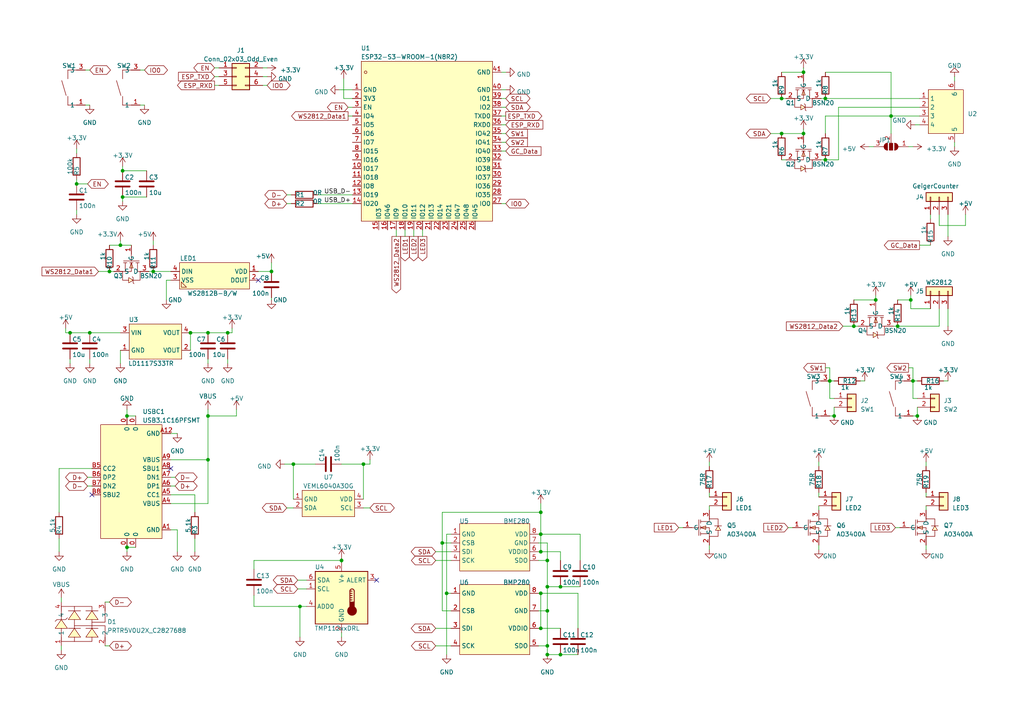
<source format=kicad_sch>
(kicad_sch (version 20230121) (generator eeschema)
  (paper "A4")
  (junction (at 129.54 172.085))
  (junction (at 128.27 157.48))
  (junction (at 86.995 175.895))
  (junction (at 78.74 78.74))
  (junction (at 60.325 133.35))
  (junction (at 31.75 78.74))
  (junction (at 60.325 96.52))
  (junction (at 158.75 162.56))
  (junction (at 226.695 28.575))
  (junction (at 258.445 33.655))
  (junction (at 239.395 28.575))
  (junction (at 158.75 187.325))
  (junction (at 158.75 177.165))
  (junction (at 240.665 110.49))
  (junction (at 266.065 120.65))
  (junction (at 247.65 94.615))
  (junction (at 233.045 20.955))
  (junction (at 60.325 120.65))
  (junction (at 158.75 170.18))
  (junction (at 158.75 189.865))
  (junction (at 156.845 154.94))
  (junction (at 85.09 134.62))
  (junction (at 55.245 96.52))
  (junction (at 156.845 182.245))
  (junction (at 20.32 96.52))
  (junction (at 105.41 134.62))
  (junction (at 35.56 57.15))
  (junction (at 264.16 86.995))
  (junction (at 162.56 170.18))
  (junction (at 66.04 96.52))
  (junction (at 26.035 96.52))
  (junction (at 260.35 94.615))
  (junction (at 156.845 172.085))
  (junction (at 254 86.995))
  (junction (at 241.935 120.65))
  (junction (at 233.045 38.735))
  (junction (at 44.45 78.74))
  (junction (at 239.395 46.355))
  (junction (at 156.845 148.59))
  (junction (at 36.83 120.65))
  (junction (at 35.56 49.53))
  (junction (at 99.06 162.56))
  (junction (at 22.225 53.34))
  (junction (at 36.83 158.75))
  (junction (at 264.795 110.49))
  (junction (at 34.925 71.12))
  (junction (at 156.845 160.02))
  (junction (at 226.695 38.735))
  (junction (at 162.56 189.865))
  (no_connect (at 49.53 135.89))
  (no_connect (at 109.22 168.275))
  (no_connect (at 74.93 81.28))
  (no_connect (at 26.67 143.51))
  (wire (pts (xy 264.795 120.65) (xy 266.065 120.65)))
  (wire (pts (xy 264.16 86.995) (xy 264.16 89.535)))
  (wire (pts (xy 158.75 187.325) (xy 156.21 187.325)))
  (wire (pts (xy 238.125 46.355) (xy 239.395 46.355)))
  (wire (pts (xy 62.23 22.225) (xy 63.5 22.225)))
  (wire (pts (xy 223.52 38.735) (xy 226.695 38.735)))
  (wire (pts (xy 226.695 28.575) (xy 227.965 28.575)))
  (wire (pts (xy 83.185 56.515) (xy 84.455 56.515)))
  (wire (pts (xy 98.425 26.035) (xy 102.235 26.035)))
  (wire (pts (xy 126.365 160.02) (xy 130.81 160.02)))
  (wire (pts (xy 99.06 161.925) (xy 99.06 162.56)))
  (wire (pts (xy 128.27 157.48) (xy 128.27 148.59)))
  (wire (pts (xy 156.21 157.48) (xy 158.75 157.48)))
  (wire (pts (xy 117.475 66.675) (xy 117.475 68.58)))
  (wire (pts (xy 156.845 172.085) (xy 156.845 182.245)))
  (wire (pts (xy 107.315 134.62) (xy 107.315 133.35)))
  (wire (pts (xy 249.555 110.49) (xy 250.825 110.49)))
  (wire (pts (xy 100.965 33.655) (xy 102.235 33.655)))
  (wire (pts (xy 237.49 158.115) (xy 237.49 159.385)))
  (wire (pts (xy 162.56 170.18) (xy 168.275 170.18)))
  (wire (pts (xy 243.205 31.115) (xy 243.205 46.355)))
  (wire (pts (xy 156.845 154.94) (xy 168.275 154.94)))
  (wire (pts (xy 60.325 146.05) (xy 60.325 133.35)))
  (wire (pts (xy 67.31 95.25) (xy 67.31 96.52)))
  (wire (pts (xy 19.05 95.25) (xy 19.05 96.52)))
  (wire (pts (xy 274.955 62.23) (xy 274.955 68.58)))
  (wire (pts (xy 145.415 59.055) (xy 146.685 59.055)))
  (wire (pts (xy 239.395 106.68) (xy 240.665 106.68)))
  (wire (pts (xy 55.245 96.52) (xy 60.325 96.52)))
  (wire (pts (xy 272.415 62.23) (xy 272.415 65.405)))
  (wire (pts (xy 34.925 69.85) (xy 34.925 71.12)))
  (wire (pts (xy 241.935 115.57) (xy 240.665 115.57)))
  (wire (pts (xy 168.275 154.94) (xy 168.275 162.56)))
  (wire (pts (xy 85.09 134.62) (xy 85.09 144.78)))
  (wire (pts (xy 156.21 162.56) (xy 158.75 162.56)))
  (wire (pts (xy 22.225 60.96) (xy 22.225 62.23)))
  (wire (pts (xy 268.605 142.875) (xy 268.605 144.145)))
  (wire (pts (xy 239.395 38.735) (xy 239.395 33.655)))
  (wire (pts (xy 17.145 156.21) (xy 17.145 160.02)))
  (wire (pts (xy 62.23 24.765) (xy 63.5 24.765)))
  (wire (pts (xy 156.21 154.94) (xy 156.845 154.94)))
  (wire (pts (xy 145.415 31.115) (xy 146.685 31.115)))
  (wire (pts (xy 26.035 104.14) (xy 26.035 105.41)))
  (wire (pts (xy 264.16 89.535) (xy 269.875 89.535)))
  (wire (pts (xy 158.75 157.48) (xy 158.75 162.56)))
  (wire (pts (xy 60.325 120.65) (xy 68.58 120.65)))
  (wire (pts (xy 66.04 104.14) (xy 66.04 105.41)))
  (wire (pts (xy 128.27 148.59) (xy 156.845 148.59)))
  (wire (pts (xy 273.685 110.49) (xy 274.955 110.49)))
  (wire (pts (xy 26.035 96.52) (xy 34.925 96.52)))
  (wire (pts (xy 76.2 24.765) (xy 77.47 24.765)))
  (wire (pts (xy 205.74 158.115) (xy 205.74 159.385)))
  (wire (pts (xy 83.185 147.32) (xy 85.09 147.32)))
  (wire (pts (xy 85.09 134.62) (xy 91.44 134.62)))
  (wire (pts (xy 226.695 20.955) (xy 233.045 20.955)))
  (wire (pts (xy 128.27 157.48) (xy 128.27 177.165)))
  (wire (pts (xy 158.75 189.865) (xy 162.56 189.865)))
  (wire (pts (xy 60.325 133.35) (xy 49.53 133.35)))
  (wire (pts (xy 259.08 94.615) (xy 260.35 94.615)))
  (wire (pts (xy 276.86 41.275) (xy 276.86 42.545)))
  (wire (pts (xy 130.81 157.48) (xy 128.27 157.48)))
  (wire (pts (xy 272.415 89.535) (xy 272.415 94.615)))
  (wire (pts (xy 35.56 57.15) (xy 35.56 58.42)))
  (wire (pts (xy 105.41 147.32) (xy 107.315 147.32)))
  (wire (pts (xy 145.415 33.655) (xy 146.685 33.655)))
  (wire (pts (xy 241.935 118.11) (xy 241.935 120.65)))
  (wire (pts (xy 156.21 160.02) (xy 156.845 160.02)))
  (wire (pts (xy 25.4 138.43) (xy 26.67 138.43)))
  (wire (pts (xy 114.935 66.675) (xy 114.935 68.58)))
  (wire (pts (xy 156.845 172.085) (xy 167.64 172.085)))
  (wire (pts (xy 223.52 28.575) (xy 226.695 28.575)))
  (wire (pts (xy 244.475 94.615) (xy 247.65 94.615)))
  (wire (pts (xy 36.83 158.75) (xy 36.83 160.02)))
  (wire (pts (xy 156.21 182.245) (xy 156.845 182.245)))
  (wire (pts (xy 126.365 162.56) (xy 130.81 162.56)))
  (wire (pts (xy 240.665 110.49) (xy 241.935 110.49)))
  (wire (pts (xy 73.66 172.72) (xy 73.66 175.895)))
  (wire (pts (xy 226.695 38.735) (xy 233.045 38.735)))
  (wire (pts (xy 145.415 26.035) (xy 146.685 26.035)))
  (wire (pts (xy 226.695 46.355) (xy 227.965 46.355)))
  (wire (pts (xy 99.06 134.62) (xy 105.41 134.62)))
  (wire (pts (xy 258.445 20.955) (xy 258.445 33.655)))
  (wire (pts (xy 17.78 187.325) (xy 17.78 188.595)))
  (wire (pts (xy 233.045 37.465) (xy 233.045 38.735)))
  (wire (pts (xy 55.245 96.52) (xy 55.245 101.6)))
  (wire (pts (xy 268.605 146.685) (xy 268.605 147.955)))
  (wire (pts (xy 35.56 57.15) (xy 42.545 57.15)))
  (wire (pts (xy 17.78 173.355) (xy 17.78 174.625)))
  (wire (pts (xy 196.85 153.035) (xy 198.12 153.035)))
  (wire (pts (xy 274.955 89.535) (xy 274.955 94.615)))
  (wire (pts (xy 247.65 86.995) (xy 254 86.995)))
  (wire (pts (xy 240.665 115.57) (xy 240.665 110.49)))
  (wire (pts (xy 99.695 22.86) (xy 99.695 28.575)))
  (wire (pts (xy 17.145 148.59) (xy 17.145 135.89)))
  (wire (pts (xy 49.53 140.97) (xy 50.8 140.97)))
  (wire (pts (xy 60.325 120.65) (xy 60.325 118.745)))
  (wire (pts (xy 158.75 162.56) (xy 158.75 170.18)))
  (wire (pts (xy 73.66 175.895) (xy 86.995 175.895)))
  (wire (pts (xy 145.415 38.735) (xy 146.685 38.735)))
  (wire (pts (xy 51.435 160.02) (xy 51.435 153.67)))
  (wire (pts (xy 156.845 146.05) (xy 156.845 148.59)))
  (wire (pts (xy 43.18 78.74) (xy 44.45 78.74)))
  (wire (pts (xy 40.64 20.32) (xy 41.91 20.32)))
  (wire (pts (xy 158.75 189.865) (xy 158.75 187.325)))
  (wire (pts (xy 156.21 177.165) (xy 158.75 177.165)))
  (wire (pts (xy 76.2 19.685) (xy 77.47 19.685)))
  (wire (pts (xy 205.74 146.685) (xy 205.74 147.955)))
  (wire (pts (xy 158.75 177.165) (xy 158.75 187.325)))
  (wire (pts (xy 252.095 42.545) (xy 253.365 42.545)))
  (wire (pts (xy 266.065 118.11) (xy 266.065 120.65)))
  (wire (pts (xy 263.525 42.545) (xy 264.795 42.545)))
  (wire (pts (xy 34.925 71.12) (xy 38.1 71.12)))
  (wire (pts (xy 129.54 154.94) (xy 129.54 172.085)))
  (wire (pts (xy 86.36 168.275) (xy 88.9 168.275)))
  (wire (pts (xy 156.845 182.245) (xy 162.56 182.245)))
  (wire (pts (xy 130.81 154.94) (xy 129.54 154.94)))
  (wire (pts (xy 92.075 56.515) (xy 102.235 56.515)))
  (wire (pts (xy 247.65 94.615) (xy 248.92 94.615)))
  (wire (pts (xy 145.415 41.275) (xy 146.685 41.275)))
  (wire (pts (xy 243.205 46.355) (xy 239.395 46.355)))
  (wire (pts (xy 272.415 65.405) (xy 280.035 65.405)))
  (wire (pts (xy 30.48 187.325) (xy 31.75 187.325)))
  (wire (pts (xy 44.45 78.74) (xy 49.53 78.74)))
  (wire (pts (xy 258.445 33.655) (xy 266.7 33.655)))
  (wire (pts (xy 239.395 20.955) (xy 258.445 20.955)))
  (wire (pts (xy 258.445 38.735) (xy 258.445 33.655)))
  (wire (pts (xy 20.32 104.14) (xy 20.32 105.41)))
  (wire (pts (xy 35.56 49.53) (xy 42.545 49.53)))
  (wire (pts (xy 162.56 160.02) (xy 162.56 162.56)))
  (wire (pts (xy 49.53 138.43) (xy 50.8 138.43)))
  (wire (pts (xy 99.06 183.515) (xy 99.06 184.785)))
  (wire (pts (xy 105.41 134.62) (xy 105.41 144.78)))
  (wire (pts (xy 22.225 53.34) (xy 25.4 53.34)))
  (wire (pts (xy 156.845 154.94) (xy 156.845 160.02)))
  (wire (pts (xy 56.515 156.21) (xy 56.515 160.02)))
  (wire (pts (xy 156.845 160.02) (xy 162.56 160.02)))
  (wire (pts (xy 49.53 146.05) (xy 60.325 146.05)))
  (wire (pts (xy 35.56 48.26) (xy 35.56 49.53)))
  (wire (pts (xy 73.66 165.1) (xy 73.66 162.56)))
  (wire (pts (xy 78.74 86.36) (xy 78.74 86.995)))
  (wire (pts (xy 36.83 158.75) (xy 39.37 158.75)))
  (wire (pts (xy 99.06 162.56) (xy 99.06 163.195)))
  (wire (pts (xy 49.53 143.51) (xy 56.515 143.51)))
  (wire (pts (xy 145.415 28.575) (xy 146.685 28.575)))
  (wire (pts (xy 49.53 125.73) (xy 51.435 125.73)))
  (wire (pts (xy 56.515 143.51) (xy 56.515 148.59)))
  (wire (pts (xy 268.605 158.115) (xy 268.605 159.385)))
  (wire (pts (xy 266.7 71.12) (xy 269.875 71.12)))
  (wire (pts (xy 260.35 86.995) (xy 264.16 86.995)))
  (wire (pts (xy 129.54 189.865) (xy 129.54 172.085)))
  (wire (pts (xy 105.41 134.62) (xy 107.315 134.62)))
  (wire (pts (xy 82.55 134.62) (xy 85.09 134.62)))
  (wire (pts (xy 28.575 78.74) (xy 31.75 78.74)))
  (wire (pts (xy 122.555 66.675) (xy 122.555 68.58)))
  (wire (pts (xy 264.795 115.57) (xy 264.795 110.49)))
  (wire (pts (xy 20.32 96.52) (xy 26.035 96.52)))
  (wire (pts (xy 280.035 65.405) (xy 280.035 62.23)))
  (wire (pts (xy 92.075 59.055) (xy 102.235 59.055)))
  (wire (pts (xy 162.56 189.865) (xy 167.64 189.865)))
  (wire (pts (xy 22.225 43.18) (xy 22.225 44.45)))
  (wire (pts (xy 86.36 170.815) (xy 88.9 170.815)))
  (wire (pts (xy 145.415 20.955) (xy 146.685 20.955)))
  (wire (pts (xy 86.995 175.895) (xy 88.9 175.895)))
  (wire (pts (xy 167.64 172.085) (xy 167.64 182.245)))
  (wire (pts (xy 24.765 30.48) (xy 26.035 30.48)))
  (wire (pts (xy 83.185 59.055) (xy 84.455 59.055)))
  (wire (pts (xy 68.58 120.65) (xy 68.58 118.745)))
  (wire (pts (xy 60.325 96.52) (xy 66.04 96.52)))
  (wire (pts (xy 60.325 104.14) (xy 60.325 105.41)))
  (wire (pts (xy 78.74 78.74) (xy 74.93 78.74)))
  (wire (pts (xy 254 85.725) (xy 254 86.995)))
  (wire (pts (xy 30.48 174.625) (xy 31.75 174.625)))
  (wire (pts (xy 128.27 177.165) (xy 130.81 177.165)))
  (wire (pts (xy 78.74 76.2) (xy 78.74 78.74)))
  (wire (pts (xy 272.415 94.615) (xy 260.35 94.615)))
  (wire (pts (xy 36.83 120.65) (xy 39.37 120.65)))
  (wire (pts (xy 205.74 133.985) (xy 205.74 135.255)))
  (wire (pts (xy 31.75 71.12) (xy 34.925 71.12)))
  (wire (pts (xy 99.695 28.575) (xy 102.235 28.575)))
  (wire (pts (xy 259.715 153.035) (xy 260.985 153.035)))
  (wire (pts (xy 25.4 140.97) (xy 26.67 140.97)))
  (wire (pts (xy 240.665 106.68) (xy 240.665 110.49)))
  (wire (pts (xy 276.86 22.225) (xy 276.86 23.495)))
  (wire (pts (xy 228.6 153.035) (xy 229.87 153.035)))
  (wire (pts (xy 19.05 96.52) (xy 20.32 96.52)))
  (wire (pts (xy 237.49 133.985) (xy 237.49 135.255)))
  (wire (pts (xy 48.26 86.995) (xy 48.26 81.28)))
  (wire (pts (xy 233.045 19.685) (xy 233.045 20.955)))
  (wire (pts (xy 237.49 142.875) (xy 237.49 144.145)))
  (wire (pts (xy 268.605 133.985) (xy 268.605 135.255)))
  (wire (pts (xy 269.875 62.23) (xy 269.875 63.5)))
  (wire (pts (xy 76.2 22.225) (xy 77.47 22.225)))
  (wire (pts (xy 156.21 172.085) (xy 156.845 172.085)))
  (wire (pts (xy 145.415 43.815) (xy 146.685 43.815)))
  (wire (pts (xy 17.145 135.89) (xy 26.67 135.89)))
  (wire (pts (xy 265.43 36.195) (xy 266.7 36.195)))
  (wire (pts (xy 67.31 96.52) (xy 66.04 96.52)))
  (wire (pts (xy 264.795 106.68) (xy 264.795 110.49)))
  (wire (pts (xy 129.54 172.085) (xy 130.81 172.085)))
  (wire (pts (xy 100.965 31.115) (xy 102.235 31.115)))
  (wire (pts (xy 22.225 52.07) (xy 22.225 53.34)))
  (wire (pts (xy 158.75 170.18) (xy 158.75 177.165)))
  (wire (pts (xy 239.395 28.575) (xy 266.7 28.575)))
  (wire (pts (xy 263.525 106.68) (xy 264.795 106.68)))
  (wire (pts (xy 48.26 81.28) (xy 49.53 81.28)))
  (wire (pts (xy 62.23 19.685) (xy 63.5 19.685)))
  (wire (pts (xy 73.66 162.56) (xy 99.06 162.56)))
  (wire (pts (xy 126.365 182.245) (xy 130.81 182.245)))
  (wire (pts (xy 36.83 118.745) (xy 36.83 120.65)))
  (wire (pts (xy 86.995 184.785) (xy 86.995 175.895)))
  (wire (pts (xy 266.065 115.57) (xy 264.795 115.57)))
  (wire (pts (xy 205.74 142.875) (xy 205.74 144.145)))
  (wire (pts (xy 264.795 110.49) (xy 266.065 110.49)))
  (wire (pts (xy 126.365 187.325) (xy 130.81 187.325)))
  (wire (pts (xy 145.415 36.195) (xy 146.685 36.195)))
  (wire (pts (xy 238.125 28.575) (xy 239.395 28.575)))
  (wire (pts (xy 31.75 78.74) (xy 33.02 78.74)))
  (wire (pts (xy 240.665 120.65) (xy 241.935 120.65)))
  (wire (pts (xy 34.925 101.6) (xy 34.925 105.41)))
  (wire (pts (xy 237.49 146.685) (xy 237.49 147.955)))
  (wire (pts (xy 156.845 148.59) (xy 156.845 154.94)))
  (wire (pts (xy 44.45 69.85) (xy 44.45 71.12)))
  (wire (pts (xy 266.7 31.115) (xy 243.205 31.115)))
  (wire (pts (xy 24.765 20.32) (xy 26.035 20.32)))
  (wire (pts (xy 60.325 120.65) (xy 60.325 133.35)))
  (wire (pts (xy 239.395 33.655) (xy 258.445 33.655)))
  (wire (pts (xy 40.64 30.48) (xy 41.91 30.48)))
  (wire (pts (xy 51.435 153.67) (xy 49.53 153.67)))
  (wire (pts (xy 120.015 66.675) (xy 120.015 68.58)))
  (wire (pts (xy 158.75 170.18) (xy 162.56 170.18)))
  (wire (pts (xy 264.16 85.725) (xy 264.16 86.995)))
  (label "USB_D+" (at 93.98 59.055 0))
  (label "USB_D-" (at 93.98 56.515 0))
  (global_label "SCL" (shape bidirectional) (at 223.52 28.575 180) (property "Intersheetrefs" "${INTERSHEET_REFS}" (effects hide)))
  (global_label "WS2812_Data1" (shape input) (at 28.575 78.74 180) (property "Intersheetrefs" "${INTERSHEET_REFS}" (effects hide)))
  (global_label "D+" (shape bidirectional) (at 31.75 187.325 0) (property "Intersheetrefs" "${INTERSHEET_REFS}" (effects hide)))
  (global_label "LED3" (shape output) (at 122.555 68.58 270) (property "Intersheetrefs" "${INTERSHEET_REFS}" (effects hide)))
  (global_label "SCL" (shape bidirectional) (at 126.365 187.325 180) (property "Intersheetrefs" "${INTERSHEET_REFS}" (effects hide)))
  (global_label "SDA" (shape bidirectional) (at 83.185 147.32 180) (property "Intersheetrefs" "${INTERSHEET_REFS}" (effects hide)))
  (global_label "IO0" (shape bidirectional) (at 77.47 24.765 0) (property "Intersheetrefs" "${INTERSHEET_REFS}" (effects hide)))
  (global_label "EN" (shape bidirectional) (at 62.23 19.685 180) (property "Intersheetrefs" "${INTERSHEET_REFS}" (effects hide)))
  (global_label "D+" (shape bidirectional) (at 83.185 59.055 180) (property "Intersheetrefs" "${INTERSHEET_REFS}" (effects hide)))
  (global_label "WS2812_Data1" (shape output) (at 100.965 33.655 180) (property "Intersheetrefs" "${INTERSHEET_REFS}" (effects hide)))
  (global_label "IO0" (shape bidirectional) (at 41.91 20.32 0) (property "Intersheetrefs" "${INTERSHEET_REFS}" (effects hide)))
  (global_label "GC_Data" (shape input) (at 146.685 43.815 0) (property "Intersheetrefs" "${INTERSHEET_REFS}" (effects hide)))
  (global_label "ESP_TXD" (shape output) (at 146.685 33.655 0) (property "Intersheetrefs" "${INTERSHEET_REFS}" (effects hide)))
  (global_label "D+" (shape bidirectional) (at 25.4 138.43 180) (property "Intersheetrefs" "${INTERSHEET_REFS}" (effects hide)))
  (global_label "SW2" (shape input) (at 146.685 41.275 0) (property "Intersheetrefs" "${INTERSHEET_REFS}" (effects hide)))
  (global_label "SDA" (shape bidirectional) (at 126.365 182.245 180) (property "Intersheetrefs" "${INTERSHEET_REFS}" (effects hide)))
  (global_label "D-" (shape bidirectional) (at 25.4 140.97 180) (property "Intersheetrefs" "${INTERSHEET_REFS}" (effects hide)))
  (global_label "ESP_RXD" (shape input) (at 146.685 36.195 0) (property "Intersheetrefs" "${INTERSHEET_REFS}" (effects hide)))
  (global_label "LED2" (shape input) (at 228.6 153.035 180) (property "Intersheetrefs" "${INTERSHEET_REFS}" (effects hide)))
  (global_label "SW1" (shape input) (at 146.685 38.735 0) (property "Intersheetrefs" "${INTERSHEET_REFS}" (effects hide)))
  (global_label "SW1" (shape output) (at 239.395 106.68 180) (property "Intersheetrefs" "${INTERSHEET_REFS}" (effects hide)))
  (global_label "D-" (shape bidirectional) (at 83.185 56.515 180) (property "Intersheetrefs" "${INTERSHEET_REFS}" (effects hide)))
  (global_label "D-" (shape bidirectional) (at 50.8 138.43 0) (property "Intersheetrefs" "${INTERSHEET_REFS}" (effects hide)))
  (global_label "WS2812_Data2" (shape input) (at 244.475 94.615 180) (property "Intersheetrefs" "${INTERSHEET_REFS}" (effects hide)))
  (global_label "EN" (shape bidirectional) (at 100.965 31.115 180) (property "Intersheetrefs" "${INTERSHEET_REFS}" (effects hide)))
  (global_label "LED1" (shape input) (at 196.85 153.035 180) (property "Intersheetrefs" "${INTERSHEET_REFS}" (effects hide)))
  (global_label "SCL" (shape bidirectional) (at 86.36 170.815 180) (property "Intersheetrefs" "${INTERSHEET_REFS}" (effects hide)))
  (global_label "IO0" (shape bidirectional) (at 146.685 59.055 0) (property "Intersheetrefs" "${INTERSHEET_REFS}" (effects hide)))
  (global_label "EN" (shape bidirectional) (at 26.035 20.32 0) (property "Intersheetrefs" "${INTERSHEET_REFS}" (effects hide)))
  (global_label "D-" (shape bidirectional) (at 31.75 174.625 0) (property "Intersheetrefs" "${INTERSHEET_REFS}" (effects hide)))
  (global_label "LED3" (shape input) (at 259.715 153.035 180) (property "Intersheetrefs" "${INTERSHEET_REFS}" (effects hide)))
  (global_label "ESP_TXD" (shape input) (at 62.23 22.225 180) (property "Intersheetrefs" "${INTERSHEET_REFS}" (effects hide)))
  (global_label "SCL" (shape bidirectional) (at 146.685 28.575 0) (property "Intersheetrefs" "${INTERSHEET_REFS}" (effects hide)))
  (global_label "SDA" (shape bidirectional) (at 126.365 160.02 180) (property "Intersheetrefs" "${INTERSHEET_REFS}" (effects hide)))
  (global_label "EN" (shape bidirectional) (at 25.4 53.34 0) (property "Intersheetrefs" "${INTERSHEET_REFS}" (effects hide)))
  (global_label "SW2" (shape output) (at 263.525 106.68 180) (property "Intersheetrefs" "${INTERSHEET_REFS}" (effects hide)))
  (global_label "SCL" (shape bidirectional) (at 126.365 162.56 180) (property "Intersheetrefs" "${INTERSHEET_REFS}" (effects hide)))
  (global_label "WS2812_Data2" (shape output) (at 114.935 68.58 270) (property "Intersheetrefs" "${INTERSHEET_REFS}" (effects hide)))
  (global_label "GC_Data" (shape output) (at 266.7 71.12 180) (property "Intersheetrefs" "${INTERSHEET_REFS}" (effects hide)))
  (global_label "SDA" (shape bidirectional) (at 86.36 168.275 180) (property "Intersheetrefs" "${INTERSHEET_REFS}" (effects hide)))
  (global_label "ESP_RXD" (shape output) (at 62.23 24.765 180) (property "Intersheetrefs" "${INTERSHEET_REFS}" (effects hide)))
  (global_label "D+" (shape bidirectional) (at 50.8 140.97 0) (property "Intersheetrefs" "${INTERSHEET_REFS}" (effects hide)))
  (global_label "SDA" (shape bidirectional) (at 223.52 38.735 180) (property "Intersheetrefs" "${INTERSHEET_REFS}" (effects hide)))
  (global_label "LED1" (shape output) (at 117.475 68.58 270) (property "Intersheetrefs" "${INTERSHEET_REFS}" (effects hide)))
  (global_label "SDA" (shape bidirectional) (at 146.685 31.115 0) (property "Intersheetrefs" "${INTERSHEET_REFS}" (effects hide)))
  (global_label "LED2" (shape output) (at 120.015 68.58 270) (property "Intersheetrefs" "${INTERSHEET_REFS}" (effects hide)))
  (global_label "SCL" (shape bidirectional) (at 107.315 147.32 0) (property "Intersheetrefs" "${INTERSHEET_REFS}" (effects hide)))
  (symbol (lib_id "power:+3.3V") (at 254 85.725 0) (unit 1)
    (property "Reference" "#PWR044" (effects hide))
    (property "Value" "+3.3V" (at 254 82.55 0))
  )
  (symbol (lib_id "burgerLib:BMP280") (at 143.51 179.705 0) (mirror y) (unit 1)
    (property "Reference" "U6" (at 134.62 168.91 0))
    (property "Value" "BMP280" (at 149.86 168.91 0))
    (property "Footprint" "burgerLibFP:LGA-8_L2.5-W2.0-P0.65_AMP6127" (effects hide))
    (property "Datasheet" "https://lcsc.com/product-detail/Sensors_Bosch_BMP280_BMP280_C83291.html" (effects hide))
    (property "Manufacturer" "Bosch(博世)" (effects hide))
    (property "LCSC Part" "C83291" (effects hide))
    (property "JLC Part" "Extended Part" (effects hide))
  )
  (symbol (lib_id "Device:C") (at 26.035 100.33 0) (unit 1)
    (property "Reference" "C4" (at 26.67 98.425 0) (effects (justify left)))
    (property "Value" "100n" (at 26.67 102.87 0) (effects (justify left)))
  )
  (symbol (lib_id "power:+3.3V") (at 274.955 110.49 0) (unit 1)
    (property "Reference" "#PWR049" (effects hide))
    (property "Value" "+3.3V" (at 274.955 107.315 0))
  )
  (symbol (lib_id "burgerLib:LD1117S33TR") (at 45.085 99.06 0) (mirror x) (unit 1)
    (property "Reference" "U3" (at 38.735 92.71 0))
    (property "Value" "LD1117S33TR" (at 43.815 105.41 0))
    (property "Footprint" "EduboardV2_kicadlib:SOT-223_L6.5-W3.5-P2.30-LS7.0-BR" (effects hide))
    (property "Datasheet" "https://lcsc.com/product-detail/Others_STMicroelectronics_LD1117S33TR_STMicroelectronics-LD1117S33TR_C86781.html" (effects hide))
    (property "Manufacturer" "ST(意法半导体)" (effects hide))
    (property "LCSC Part" "C86781" (effects hide))
    (property "JLC Part" "Extended Part" (effects hide))
  )
  (symbol (lib_id "power:GND") (at 237.49 159.385 0) (unit 1)
    (property "Reference" "#PWR054" (effects hide))
    (property "Value" "GND" (at 240.665 161.29 0))
  )
  (symbol (lib_id "burgerLib:WS2812B-B_W") (at 62.23 81.28 0) (mirror y) (unit 1)
    (property "Reference" "LED1" (at 54.61 74.93 0))
    (property "Value" "WS2812B-B/W" (at 61.595 85.09 0))
    (property "Footprint" "EduboardV2_kicadlib:LED-SMD_4P-L5.0-W5.0-TL_WS2812B-B" (effects hide))
    (property "Manufacturer" "worldsemi" (effects hide))
    (property "LCSC Part" "C2761795" (effects hide))
    (property "JLC Part" "Extended Part" (effects hide))
  )
  (symbol (lib_id "power:+5V") (at 264.16 85.725 0) (unit 1)
    (property "Reference" "#PWR045" (effects hide))
    (property "Value" "+5V" (at 264.16 82.55 0))
  )
  (symbol (lib_id "power:GND") (at 41.91 30.48 0) (unit 1)
    (property "Reference" "#PWR021" (effects hide))
    (property "Value" "GND" (at 41.91 35.56 0))
  )
  (symbol (lib_id "power:GND") (at 241.935 120.65 0) (unit 1)
    (property "Reference" "#PWR042" (effects hide))
    (property "Value" "GND" (at 245.745 122.555 0))
  )
  (symbol (lib_id "power:+3.3V") (at 22.225 43.18 0) (unit 1)
    (property "Reference" "#PWR013" (effects hide))
    (property "Value" "+3.3V" (at 22.225 40.005 0))
  )
  (symbol (lib_id "power:GND") (at 35.56 58.42 0) (unit 1)
    (property "Reference" "#PWR015" (effects hide))
    (property "Value" "GND" (at 35.56 63.5 0))
  )
  (symbol (lib_id "Device:R") (at 17.145 152.4 180) (unit 1)
    (property "Reference" "R4" (at 17.145 153.67 90))
    (property "Value" "5.1k" (at 15.24 152.4 90))
  )
  (symbol (lib_id "power:GND") (at 129.54 189.865 0) (unit 1)
    (property "Reference" "#PWR062" (effects hide))
    (property "Value" "GND" (at 129.54 194.945 0))
  )
  (symbol (lib_id "burgerLib:AO3400A") (at 234.95 153.035 0) (unit 1)
    (property "Reference" "Q6" (at 242.57 152.4 0) (effects (justify left)))
    (property "Value" "AO3400A" (at 242.57 154.94 0) (effects (justify left)))
    (property "Footprint" "EduboardV2_kicadlib:SOT-23-3_L2.9-W1.6-P1.90-LS2.8-BR" (effects hide))
    (property "Datasheet" "https://lcsc.com/product-detail/MOSFET_AOS_AO3400A_AO3400A_C20917.html" (effects hide))
    (property "Manufacturer" "AOS" (effects hide))
    (property "LCSC Part" "C20917" (effects hide))
    (property "JLC Part" "Basic Part" (effects hide))
  )
  (symbol (lib_id "Connector_Generic:Conn_01x03") (at 272.415 57.15 90) (unit 1) (in_bom no)
    (property "Reference" "J4" (at 267.97 57.15 90) (effects (justify left)))
    (property "Value" "GeigerCounter" (at 278.13 53.975 90) (effects (justify left)))
    (property "Footprint" "Connector_PinHeader_2.54mm:PinHeader_1x03_P2.54mm_Vertical" (effects hide))
  )
  (symbol (lib_id "Device:R") (at 56.515 152.4 180) (unit 1)
    (property "Reference" "R3" (at 56.515 153.67 90))
    (property "Value" "5.1k" (at 54.61 152.4 90))
  )
  (symbol (lib_id "power:+3.3V") (at 67.31 95.25 0) (unit 1)
    (property "Reference" "#PWR034" (effects hide))
    (property "Value" "+3.3V" (at 67.31 92.075 0))
  )
  (symbol (lib_id "Device:R") (at 226.695 42.545 180) (unit 1)
    (property "Reference" "R6" (at 226.695 43.815 90))
    (property "Value" "1k" (at 224.79 41.91 90))
  )
  (symbol (lib_id "power:+3.3V") (at 99.06 161.925 0) (unit 1)
    (property "Reference" "#PWR059" (effects hide))
    (property "Value" "+3.3V" (at 99.06 158.75 0))
  )
  (symbol (lib_id "power:GND") (at 51.435 160.02 0) (unit 1)
    (property "Reference" "#PWR07" (effects hide))
    (property "Value" "GND" (at 51.435 165.1 0))
  )
  (symbol (lib_id "burgerLib:BSN20") (at 233.045 43.815 270) (unit 1)
    (property "Reference" "Q2" (at 229.235 47.625 90))
    (property "Value" "BSN20" (at 238.76 47.625 90))
    (property "Footprint" "EduboardV2_kicadlib:SOT-23-3_L2.9-W1.6-P1.90-LS2.8-BR" (effects hide))
    (property "Datasheet" "https://lcsc.com/product-detail/MOSFET_BSN20_C116157.html" (effects hide))
    (property "Manufacturer" "SHIKUES(时科)" (effects hide))
    (property "LCSC Part" "C116157" (effects hide))
    (property "JLC Part" "Extended Part" (effects hide))
  )
  (symbol (lib_id "power:GND") (at 17.78 188.595 0) (unit 1)
    (property "Reference" "#PWR02" (effects hide))
    (property "Value" "GND" (at 17.78 193.675 0))
  )
  (symbol (lib_id "burgerLib:S4B-PH-SM4-K-TB(LF)(SN)") (at 271.78 31.115 0) (unit 1)
    (property "Reference" "U2" (at 280.67 33.02 0) (effects (justify left)))
    (property "Value" "S4B-PH-SM4-K-TB(LF)(SN)" (effects hide))
    (property "Footprint" "EduboardV2_kicadlib:CONN-SMD_S4B-PH-SM4-K-TB-LF-SN" (effects hide))
    (property "Datasheet" "https://lcsc.com/product-detail/Others_JST-Sales-America_S4B-PH-SM4-K-TB-LF-SN_JST-Sales-America-S4B-PH-SM4-K-TB-LF-SN_C265332.html" (effects hide))
    (property "Manufacturer" "JST" (effects hide))
    (property "LCSC Part" "C265332" (effects hide))
    (property "JLC Part" "Extended Part" (effects hide))
  )
  (symbol (lib_id "power:GND") (at 265.43 36.195 270) (unit 1)
    (property "Reference" "#PWR029" (effects hide))
    (property "Value" "GND" (at 262.89 34.925 90) (effects (justify right)))
  )
  (symbol (lib_id "Device:C") (at 78.74 82.55 0) (mirror y) (unit 1)
    (property "Reference" "C8" (at 78.105 80.645 0) (effects (justify left)))
    (property "Value" "100n" (at 78.105 85.09 0) (effects (justify left)))
  )
  (symbol (lib_id "power:+3.3V") (at 35.56 48.26 0) (unit 1)
    (property "Reference" "#PWR014" (effects hide))
    (property "Value" "+3.3V" (at 35.56 45.085 0))
  )
  (symbol (lib_id "burgerLib:USB3.1C16PFSMT") (at 38.1 139.7 0) (unit 1)
    (property "Reference" "USBC1" (at 41.3259 119.38 0) (effects (justify left)))
    (property "Value" "USB3.1C16PFSMT" (at 41.3259 121.92 0) (effects (justify left)))
    (property "Footprint" "EduboardV2_kicadlib:USB-C-SMD_TYPE-C-USB-17" (effects hide))
    (property "Datasheet" "https://lcsc.com/product-detail/USB-Type-C_USB-3-1-C-16PF-SMT-2-0Type_C167321.html" (effects hide))
    (property "Manufacturer" "精拓金" (effects hide))
    (property "LCSC Part" "C167321" (effects hide))
    (property "JLC Part" "Extended Part" (effects hide))
  )
  (symbol (lib_id "power:GND") (at 26.035 105.41 0) (unit 1)
    (property "Reference" "#PWR023" (effects hide))
    (property "Value" "GND" (at 26.035 110.49 0))
  )
  (symbol (lib_id "power:+5V") (at 252.095 42.545 90) (unit 1)
    (property "Reference" "#PWR027" (effects hide))
    (property "Value" "+5V" (at 248.285 43.18 90) (effects (justify left)))
  )
  (symbol (lib_id "Device:C") (at 66.04 100.33 0) (mirror y) (unit 1)
    (property "Reference" "C6" (at 65.405 98.425 0) (effects (justify left)))
    (property "Value" "10u" (at 65.405 102.87 0) (effects (justify left)))
  )
  (symbol (lib_id "burgerLib:BSN20") (at 254 92.075 270) (unit 1)
    (property "Reference" "Q4" (at 250.19 95.885 90))
    (property "Value" "BSN20" (at 259.715 95.885 90))
    (property "Footprint" "EduboardV2_kicadlib:SOT-23-3_L2.9-W1.6-P1.90-LS2.8-BR" (effects hide))
    (property "Datasheet" "https://lcsc.com/product-detail/MOSFET_BSN20_C116157.html" (effects hide))
    (property "Manufacturer" "SHIKUES(时科)" (effects hide))
    (property "LCSC Part" "C116157" (effects hide))
    (property "JLC Part" "Extended Part" (effects hide))
  )
  (symbol (lib_id "power:GND") (at 86.995 184.785 0) (unit 1)
    (property "Reference" "#PWR057" (effects hide))
    (property "Value" "GND" (at 86.995 189.865 0))
  )
  (symbol (lib_id "power:+3.3V") (at 107.315 133.35 0) (unit 1)
    (property "Reference" "#PWR063" (effects hide))
    (property "Value" "+3.3V" (at 107.315 130.175 0))
  )
  (symbol (lib_id "Connector_Generic:Conn_01x03") (at 272.415 84.455 90) (unit 1) (in_bom no)
    (property "Reference" "J5" (at 267.97 84.455 90) (effects (justify left)))
    (property "Value" "WS2812" (at 276.225 81.915 90) (effects (justify left)))
    (property "Footprint" "Connector_PinHeader_2.54mm:PinHeader_1x03_P2.54mm_Vertical" (effects hide))
  )
  (symbol (lib_id "burgerLib:K2-1102SP-C4SC-04") (at 257.175 115.57 180) (unit 1)
    (property "Reference" "SW4" (at 260.096 109.22 0))
    (property "Value" "K2-1102SP-C4SC-04" (effects hide))
    (property "Footprint" "EduboardV2_kicadlib:KEY-SMD_4P-L6.0-W6.0-P4.50-LS9.5-BL" (effects hide))
    (property "Datasheet" "https://lcsc.com/product-detail/Tactile-Switches_K2-1102SP-C4SW-04-SMD_C127509.html" (effects hide))
    (property "Manufacturer" "韩国韩荣" (effects hide))
    (property "LCSC Part" "C127509" (effects hide))
    (property "JLC Part" "Extended Part" (effects hide))
  )
  (symbol (lib_id "Connector_Generic:Conn_01x02") (at 210.82 144.145 0) (unit 1) (in_bom no)
    (property "Reference" "J6" (at 213.36 144.78 0) (effects (justify left)))
    (property "Value" "LED1" (at 213.36 147.32 0) (effects (justify left)))
    (property "Footprint" "Connector_PinHeader_2.54mm:PinHeader_1x02_P2.54mm_Vertical" (effects hide))
  )
  (symbol (lib_id "Device:R") (at 269.875 67.31 180) (unit 1)
    (property "Reference" "R15" (at 269.875 68.58 90))
    (property "Value" "1k" (at 267.97 66.675 90))
  )
  (symbol (lib_id "power:GND") (at 36.83 118.745 180) (unit 1)
    (property "Reference" "#PWR03" (effects hide))
    (property "Value" "GND" (at 36.83 115.57 0))
  )
  (symbol (lib_id "power:+5V") (at 237.49 133.985 0) (unit 1)
    (property "Reference" "#PWR053" (effects hide))
    (property "Value" "+5V" (at 237.49 130.81 0))
  )
  (symbol (lib_id "burgerLib:ESP32-S3-WROOM-1(N8R2)") (at 125.095 36.195 0) (unit 1)
    (property "Reference" "U1" (at 106.045 13.97 0))
    (property "Value" "ESP32-S3-WROOM-1(N8R2)" (at 118.745 16.51 0))
    (property "Footprint" "EduboardV2_kicadlib:WIRELM-SMD_ESP32-S3-WROOM-1" (effects hide))
    (property "Manufacturer" "ESPRESSIF(乐鑫)" (effects hide))
    (property "LCSC Part" "C2913204" (effects hide))
    (property "JLC Part" "Extended Part" (effects hide))
  )
  (symbol (lib_id "Sensor_Temperature:TMP112xxDRL") (at 99.06 173.355 0) (unit 1)
    (property "Reference" "U4" (at 92.71 164.465 0))
    (property "Value" "TMP112xxDRL" (at 97.79 182.245 0))
    (property "Footprint" "Package_TO_SOT_SMD:SOT-563" (effects hide))
    (property "Datasheet" "https://www.ti.com/lit/ds/symlink/tmp112.pdf" (effects hide))
    (property "LCSC Part" "C28927" (effects hide))
    (property "JLC Part" "Extended Part" (effects hide))
  )
  (symbol (lib_id "Device:C") (at 95.25 134.62 90) (unit 1)
    (property "Reference" "C14" (at 93.345 133.985 0) (effects (justify left)))
    (property "Value" "100n" (at 97.79 133.985 0) (effects (justify left)))
  )
  (symbol (lib_id "burgerLib:K2-1102SP-C4SC-04") (at 233.045 115.57 180) (unit 1)
    (property "Reference" "SW3" (at 235.966 109.22 0))
    (property "Value" "K2-1102SP-C4SC-04" (effects hide))
    (property "Footprint" "EduboardV2_kicadlib:KEY-SMD_4P-L6.0-W6.0-P4.50-LS9.5-BL" (effects hide))
    (property "Datasheet" "https://lcsc.com/product-detail/Tactile-Switches_K2-1102SP-C4SW-04-SMD_C127509.html" (effects hide))
    (property "Manufacturer" "韩国韩荣" (effects hide))
    (property "LCSC Part" "C127509" (effects hide))
    (property "JLC Part" "Extended Part" (effects hide))
  )
  (symbol (lib_id "Device:C") (at 162.56 186.055 0) (unit 1)
    (property "Reference" "C11" (at 163.195 184.15 0) (effects (justify left)))
    (property "Value" "100n" (at 163.195 188.595 0) (effects (justify left)))
  )
  (symbol (lib_id "power:GND") (at 276.86 22.225 180) (unit 1)
    (property "Reference" "#PWR031" (effects hide))
    (property "Value" "GND" (at 276.86 19.05 0))
  )
  (symbol (lib_id "power:GND") (at 274.955 94.615 0) (unit 1)
    (property "Reference" "#PWR048" (effects hide))
    (property "Value" "GND" (at 274.955 99.695 0))
  )
  (symbol (lib_id "burgerLib:BSN20") (at 233.045 26.035 270) (unit 1)
    (property "Reference" "Q1" (at 229.235 29.845 90))
    (property "Value" "BSN20" (at 238.76 29.845 90))
    (property "Footprint" "EduboardV2_kicadlib:SOT-23-3_L2.9-W1.6-P1.90-LS2.8-BR" (effects hide))
    (property "Datasheet" "https://lcsc.com/product-detail/MOSFET_BSN20_C116157.html" (effects hide))
    (property "Manufacturer" "SHIKUES(时科)" (effects hide))
    (property "LCSC Part" "C116157" (effects hide))
    (property "JLC Part" "Extended Part" (effects hide))
  )
  (symbol (lib_id "power:GND") (at 98.425 26.035 270) (unit 1)
    (property "Reference" "#PWR017" (effects hide))
    (property "Value" "GND" (at 95.25 26.67 90) (effects (justify right)))
  )
  (symbol (lib_id "power:GND") (at 36.83 160.02 0) (unit 1)
    (property "Reference" "#PWR04" (effects hide))
    (property "Value" "GND" (at 36.83 165.1 0))
  )
  (symbol (lib_id "power:GND") (at 34.925 105.41 0) (unit 1)
    (property "Reference" "#PWR024" (effects hide))
    (property "Value" "GND" (at 34.925 110.49 0))
  )
  (symbol (lib_id "power:+3.3V") (at 264.795 42.545 270) (unit 1)
    (property "Reference" "#PWR028" (effects hide))
    (property "Value" "+3.3V" (at 268.605 43.18 90) (effects (justify left)))
  )
  (symbol (lib_id "Device:R") (at 226.695 24.765 180) (unit 1)
    (property "Reference" "R9" (at 226.695 26.035 90))
    (property "Value" "1k" (at 224.79 24.13 90))
  )
  (symbol (lib_id "Device:C") (at 20.32 100.33 0) (unit 1)
    (property "Reference" "C5" (at 20.955 98.425 0) (effects (justify left)))
    (property "Value" "10u" (at 20.955 102.87 0) (effects (justify left)))
  )
  (symbol (lib_id "power:+3.3V") (at 156.845 146.05 0) (unit 1)
    (property "Reference" "#PWR061" (effects hide))
    (property "Value" "+3.3V" (at 156.845 142.875 0))
  )
  (symbol (lib_id "Device:C") (at 162.56 166.37 0) (unit 1)
    (property "Reference" "C9" (at 163.195 164.465 0) (effects (justify left)))
    (property "Value" "100n" (at 163.195 168.91 0) (effects (justify left)))
  )
  (symbol (lib_id "Device:C") (at 73.66 168.91 0) (unit 1)
    (property "Reference" "C13" (at 74.295 167.005 0) (effects (justify left)))
    (property "Value" "100n" (at 74.295 171.45 0) (effects (justify left)))
  )
  (symbol (lib_id "power:GND") (at 20.32 105.41 0) (unit 1)
    (property "Reference" "#PWR022" (effects hide))
    (property "Value" "GND" (at 20.32 110.49 0))
  )
  (symbol (lib_id "power:+3.3V") (at 250.825 110.49 0) (unit 1)
    (property "Reference" "#PWR043" (effects hide))
    (property "Value" "+3.3V" (at 250.825 107.315 0))
  )
  (symbol (lib_id "power:GND") (at 82.55 134.62 270) (unit 1)
    (property "Reference" "#PWR064" (effects hide))
    (property "Value" "GND" (at 78.74 135.255 90) (effects (justify right)))
  )
  (symbol (lib_id "power:GND") (at 266.065 120.65 0) (unit 1)
    (property "Reference" "#PWR046" (effects hide))
    (property "Value" "GND" (at 269.875 122.555 0))
  )
  (symbol (lib_id "power:GND") (at 66.04 105.41 0) (unit 1)
    (property "Reference" "#PWR036" (effects hide))
    (property "Value" "GND" (at 66.04 110.49 0))
  )
  (symbol (lib_id "Device:R") (at 31.75 74.93 180) (unit 1)
    (property "Reference" "R10" (at 31.75 76.2 90))
    (property "Value" "1k" (at 29.845 74.295 90))
  )
  (symbol (lib_id "power:GND") (at 276.86 42.545 0) (unit 1)
    (property "Reference" "#PWR030" (effects hide))
    (property "Value" "GND" (at 276.86 47.625 0))
  )
  (symbol (lib_id "Device:R") (at 239.395 42.545 180) (unit 1)
    (property "Reference" "R7" (at 239.395 43.815 90))
    (property "Value" "1k" (at 237.49 41.91 90))
  )
  (symbol (lib_id "Connector_Generic:Conn_02x03_Odd_Even") (at 68.58 22.225 0) (unit 1) (in_bom no)
    (property "Reference" "J1" (at 69.85 14.605 0))
    (property "Value" "Conn_02x03_Odd_Even" (at 69.85 17.145 0))
  )
  (symbol (lib_id "burgerLib:AO3400A") (at 266.065 153.035 0) (unit 1)
    (property "Reference" "Q7" (at 273.685 152.4 0) (effects (justify left)))
    (property "Value" "AO3400A" (at 273.685 154.94 0) (effects (justify left)))
    (property "Footprint" "EduboardV2_kicadlib:SOT-23-3_L2.9-W1.6-P1.90-LS2.8-BR" (effects hide))
    (property "Datasheet" "https://lcsc.com/product-detail/MOSFET_AOS_AO3400A_AO3400A_C20917.html" (effects hide))
    (property "Manufacturer" "AOS" (effects hide))
    (property "LCSC Part" "C20917" (effects hide))
    (property "JLC Part" "Basic Part" (effects hide))
  )
  (symbol (lib_id "power:GND") (at 26.035 30.48 0) (unit 1)
    (property "Reference" "#PWR020" (effects hide))
    (property "Value" "GND" (at 26.035 35.56 0))
  )
  (symbol (lib_id "Device:C") (at 168.275 166.37 0) (unit 1)
    (property "Reference" "C10" (at 168.91 164.465 0) (effects (justify left)))
    (property "Value" "100n" (at 168.91 168.91 0) (effects (justify left)))
  )
  (symbol (lib_id "power:+5V") (at 44.45 69.85 0) (unit 1)
    (property "Reference" "#PWR040" (effects hide))
    (property "Value" "+5V" (at 41.91 67.945 0))
  )
  (symbol (lib_id "Device:R") (at 44.45 74.93 180) (unit 1)
    (property "Reference" "R11" (at 44.45 76.2 90))
    (property "Value" "1k" (at 42.545 74.295 90))
  )
  (symbol (lib_id "burgerLib:K2-1102SP-C4SC-04") (at 17.145 25.4 180) (unit 1)
    (property "Reference" "SW1" (at 20.066 19.05 0))
    (property "Value" "K2-1102SP-C4SC-04" (effects hide))
    (property "Footprint" "EduboardV2_kicadlib:KEY-SMD_4P-L6.0-W6.0-P4.50-LS9.5-BL" (effects hide))
    (property "Datasheet" "https://lcsc.com/product-detail/Tactile-Switches_K2-1102SP-C4SW-04-SMD_C127509.html" (effects hide))
    (property "Manufacturer" "韩国韩荣" (effects hide))
    (property "LCSC Part" "C127509" (effects hide))
    (property "JLC Part" "Extended Part" (effects hide))
  )
  (symbol (lib_id "burgerLib:PRTR5V0U2X_C2827688") (at 22.86 182.245 0) (unit 1)
    (property "Reference" "D1" (at 31.115 180.34 0) (effects (justify left)))
    (property "Value" "PRTR5V0U2X_C2827688" (at 31.115 182.88 0) (effects (justify left)))
    (property "Footprint" "EduboardV2_kicadlib:SOT-143-4_L2.9-W1.3-P1.92-LS2.4-BL" (effects hide))
    (property "Manufacturer" "TECH PUBLIC(台舟)" (effects hide))
    (property "LCSC Part" "C2827688" (effects hide))
    (property "JLC Part" "Extended Part" (effects hide))
  )
  (symbol (lib_id "power:+3.3V") (at 77.47 19.685 270) (unit 1)
    (property "Reference" "#PWR032" (effects hide))
    (property "Value" "+3.3V" (at 81.28 20.32 90) (effects (justify left)))
  )
  (symbol (lib_id "power:VBUS") (at 60.325 118.745 0) (unit 1)
    (property "Reference" "#PWR08" (effects hide))
    (property "Value" "VBUS" (at 60.325 114.935 0))
  )
  (symbol (lib_id "Device:R") (at 239.395 24.765 180) (unit 1)
    (property "Reference" "R8" (at 239.395 26.035 90))
    (property "Value" "1k" (at 237.49 24.13 90))
  )
  (symbol (lib_id "power:+5V") (at 280.035 62.23 0) (unit 1)
    (property "Reference" "#PWR050" (effects hide))
    (property "Value" "+5V" (at 280.035 59.055 0))
  )
  (symbol (lib_id "power:GND") (at 22.225 62.23 0) (unit 1)
    (property "Reference" "#PWR016" (effects hide))
    (property "Value" "GND" (at 22.225 67.31 0))
  )
  (symbol (lib_id "Connector_Generic:Conn_01x02") (at 247.015 115.57 0) (unit 1) (in_bom no)
    (property "Reference" "J2" (at 249.555 116.205 0) (effects (justify left)))
    (property "Value" "SW1" (at 249.555 118.745 0) (effects (justify left)))
    (property "Footprint" "Connector_PinHeader_2.54mm:PinHeader_1x02_P2.54mm_Vertical" (effects hide))
  )
  (symbol (lib_id "Device:C") (at 42.545 53.34 0) (unit 1)
    (property "Reference" "C3" (at 43.18 51.435 0) (effects (justify left)))
    (property "Value" "10u" (at 43.18 55.88 0) (effects (justify left)))
  )
  (symbol (lib_id "power:+5V") (at 268.605 133.985 0) (unit 1)
    (property "Reference" "#PWR055" (effects hide))
    (property "Value" "+5V" (at 268.605 130.81 0))
  )
  (symbol (lib_id "power:GND") (at 268.605 159.385 0) (unit 1)
    (property "Reference" "#PWR056" (effects hide))
    (property "Value" "GND" (at 271.78 161.29 0))
  )
  (symbol (lib_id "burgerLib:VEML6040A3OG") (at 95.25 146.05 0) (unit 1)
    (property "Reference" "U7" (at 95.25 138.43 0))
    (property "Value" "VEML6040A3OG" (at 95.25 140.97 0))
    (property "Footprint" "burgerLibFP:SENSOR_SMD_VEML6040A3OG" (effects hide))
    (property "Datasheet" "https://lcsc.com/product-detail/Others_Vishay-Intertech_VEML6040A3OG_Vishay-Intertech-VEML6040A3OG_C78465.html" (effects hide))
    (property "Manufacturer" "VISHAY(威世)" (effects hide))
    (property "LCSC Part" "C78465" (effects hide))
    (property "JLC Part" "Extended Part" (effects hide))
  )
  (symbol (lib_id "power:GND") (at 51.435 125.73 0) (unit 1)
    (property "Reference" "#PWR09" (effects hide))
    (property "Value" "GND" (at 51.435 130.81 0))
  )
  (symbol (lib_id "Connector_Generic:Conn_01x02") (at 273.685 144.145 0) (unit 1) (in_bom no)
    (property "Reference" "J8" (at 276.225 144.78 0) (effects (justify left)))
    (property "Value" "LED3" (at 276.225 147.32 0) (effects (justify left)))
    (property "Footprint" "Connector_PinHeader_2.54mm:PinHeader_1x02_P2.54mm_Vertical" (effects hide))
  )
  (symbol (lib_id "power:+5V") (at 78.74 76.2 0) (unit 1)
    (property "Reference" "#PWR041" (effects hide))
    (property "Value" "+5V" (at 76.2 74.295 0))
  )
  (symbol (lib_id "power:GND") (at 205.74 159.385 0) (unit 1)
    (property "Reference" "#PWR052" (effects hide))
    (property "Value" "GND" (at 208.915 161.29 0))
  )
  (symbol (lib_id "power:GND") (at 56.515 160.02 0) (unit 1)
    (property "Reference" "#PWR05" (effects hide))
    (property "Value" "GND" (at 56.515 165.1 0))
  )
  (symbol (lib_id "power:+3.3V") (at 233.045 19.685 0) (unit 1)
    (property "Reference" "#PWR010" (effects hide))
    (property "Value" "+3.3V" (at 233.045 16.51 0))
  )
  (symbol (lib_id "power:GND") (at 77.47 22.225 90) (unit 1)
    (property "Reference" "#PWR033" (effects hide))
    (property "Value" "GND" (at 80.645 22.86 90) (effects (justify right)))
  )
  (symbol (lib_id "burgerLib:BSN20") (at 38.1 76.2 270) (unit 1)
    (property "Reference" "Q3" (at 34.29 80.01 90))
    (property "Value" "BSN20" (at 43.815 80.01 90))
    (property "Footprint" "EduboardV2_kicadlib:SOT-23-3_L2.9-W1.6-P1.90-LS2.8-BR" (effects hide))
    (property "Datasheet" "https://lcsc.com/product-detail/MOSFET_BSN20_C116157.html" (effects hide))
    (property "Manufacturer" "SHIKUES(时科)" (effects hide))
    (property "LCSC Part" "C116157" (effects hide))
    (property "JLC Part" "Extended Part" (effects hide))
  )
  (symbol (lib_id "power:GND") (at 60.325 105.41 0) (unit 1)
    (property "Reference" "#PWR035" (effects hide))
    (property "Value" "GND" (at 60.325 110.49 0))
  )
  (symbol (lib_id "burgerLib:K2-1102SP-C4SC-04") (at 33.02 25.4 180) (unit 1)
    (property "Reference" "SW2" (at 35.941 19.05 0))
    (property "Value" "K2-1102SP-C4SC-04" (effects hide))
    (property "Footprint" "EduboardV2_kicadlib:KEY-SMD_4P-L6.0-W6.0-P4.50-LS9.5-BL" (effects hide))
    (property "Datasheet" "https://lcsc.com/product-detail/Tactile-Switches_K2-1102SP-C4SW-04-SMD_C127509.html" (effects hide))
    (property "Manufacturer" "韩国韩荣" (effects hide))
    (property "LCSC Part" "C127509" (effects hide))
    (property "JLC Part" "Extended Part" (effects hide))
  )
  (symbol (lib_id "Device:R") (at 269.875 110.49 270) (unit 1)
    (property "Reference" "R16" (at 270.51 110.49 90))
    (property "Value" "1k" (at 269.24 112.395 90))
  )
  (symbol (lib_id "power:GND") (at 146.685 20.955 90) (unit 1)
    (property "Reference" "#PWR018" (effects hide))
    (property "Value" "GND" (at 149.86 21.59 90) (effects (justify right)))
  )
  (symbol (lib_id "Device:R") (at 88.265 59.055 90) (unit 1)
    (property "Reference" "R2" (at 86.995 59.055 90))
    (property "Value" "0R" (at 92.075 58.42 90))
  )
  (symbol (lib_id "power:+3.3V") (at 99.695 22.86 0) (unit 1)
    (property "Reference" "#PWR012" (effects hide))
    (property "Value" "+3.3V" (at 99.695 19.685 0))
  )
  (symbol (lib_id "Device:C") (at 60.325 100.33 0) (mirror y) (unit 1)
    (property "Reference" "C7" (at 59.69 98.425 0) (effects (justify left)))
    (property "Value" "100n" (at 59.69 102.87 0) (effects (justify left)))
  )
  (symbol (lib_id "power:GND") (at 274.955 68.58 0) (unit 1)
    (property "Reference" "#PWR047" (effects hide))
    (property "Value" "GND" (at 274.955 73.66 0))
  )
  (symbol (lib_id "power:+5V") (at 68.58 118.745 0) (unit 1)
    (property "Reference" "#PWR026" (effects hide))
    (property "Value" "+5V" (at 68.58 115.57 0))
  )
  (symbol (lib_id "power:+5V") (at 19.05 95.25 0) (unit 1)
    (property "Reference" "#PWR025" (effects hide))
    (property "Value" "+5V" (at 19.05 92.075 0))
  )
  (symbol (lib_id "Device:R") (at 245.745 110.49 270) (unit 1)
    (property "Reference" "R12" (at 246.38 110.49 90))
    (property "Value" "1k" (at 245.11 112.395 90))
  )
  (symbol (lib_id "Jumper:SolderJumper_3_Open") (at 258.445 42.545 180) (unit 1)
    (property "Reference" "JP1" (at 256.54 40.64 0))
    (property "Value" "SolderJumper_3_Open" (effects hide))
  )
  (symbol (lib_id "Device:R") (at 88.265 56.515 90) (unit 1)
    (property "Reference" "R1" (at 86.995 56.515 90))
    (property "Value" "0R" (at 92.075 55.88 90))
  )
  (symbol (lib_id "power:GND") (at 17.145 160.02 0) (unit 1)
    (property "Reference" "#PWR06" (effects hide))
    (property "Value" "GND" (at 17.145 165.1 0))
  )
  (symbol (lib_id "Device:C") (at 167.64 186.055 0) (unit 1)
    (property "Reference" "C12" (at 168.275 184.15 0) (effects (justify left)))
    (property "Value" "100n" (at 168.275 188.595 0) (effects (justify left)))
  )
  (symbol (lib_id "Device:R") (at 268.605 139.065 180) (unit 1)
    (property "Reference" "R19" (at 268.605 139.7 90))
    (property "Value" "75R" (at 266.7 139.065 90))
  )
  (symbol (lib_id "power:GND") (at 48.26 86.995 0) (mirror y) (unit 1)
    (property "Reference" "#PWR038" (effects hide))
    (property "Value" "GND" (at 50.8 86.995 0))
  )
  (symbol (lib_id "power:GND") (at 78.74 86.995 0) (mirror y) (unit 1)
    (property "Reference" "#PWR037" (effects hide))
    (property "Value" "GND" (at 81.28 86.995 0))
  )
  (symbol (lib_id "burgerLib:AO3400A") (at 203.2 153.035 0) (unit 1)
    (property "Reference" "Q5" (at 210.82 152.4 0) (effects (justify left)))
    (property "Value" "AO3400A" (at 210.82 154.94 0) (effects (justify left)))
    (property "Footprint" "EduboardV2_kicadlib:SOT-23-3_L2.9-W1.6-P1.90-LS2.8-BR" (effects hide))
    (property "Datasheet" "https://lcsc.com/product-detail/MOSFET_AOS_AO3400A_AO3400A_C20917.html" (effects hide))
    (property "Manufacturer" "AOS" (effects hide))
    (property "LCSC Part" "C20917" (effects hide))
    (property "JLC Part" "Basic Part" (effects hide))
  )
  (symbol (lib_id "Device:R") (at 237.49 139.065 180) (unit 1)
    (property "Reference" "R18" (at 237.49 139.7 90))
    (property "Value" "75R" (at 235.585 139.065 90))
  )
  (symbol (lib_id "Device:R") (at 205.74 139.065 180) (unit 1)
    (property "Reference" "R17" (at 205.74 139.7 90))
    (property "Value" "75R" (at 203.835 139.065 90))
  )
  (symbol (lib_id "Device:C") (at 22.225 57.15 0) (unit 1)
    (property "Reference" "C1" (at 22.86 55.245 0) (effects (justify left)))
    (property "Value" "100n" (at 22.86 59.69 0) (effects (justify left)))
  )
  (symbol (lib_id "Device:R") (at 260.35 90.805 180) (unit 1)
    (property "Reference" "R14" (at 260.35 91.44 90))
    (property "Value" "1k" (at 258.445 90.17 90))
  )
  (symbol (lib_id "power:+3.3V") (at 34.925 69.85 0) (unit 1)
    (property "Reference" "#PWR039" (effects hide))
    (property "Value" "+3.3V" (at 31.115 67.945 0))
  )
  (symbol (lib_id "Connector_Generic:Conn_01x02") (at 271.145 115.57 0) (unit 1) (in_bom no)
    (property "Reference" "J3" (at 273.685 116.205 0) (effects (justify left)))
    (property "Value" "SW2" (at 273.685 118.745 0) (effects (justify left)))
    (property "Footprint" "Connector_PinHeader_2.54mm:PinHeader_1x02_P2.54mm_Vertical" (effects hide))
  )
  (symbol (lib_id "power:GND") (at 158.75 189.865 0) (unit 1)
    (property "Reference" "#PWR060" (effects hide))
    (property "Value" "GND" (at 158.75 194.945 0))
  )
  (symbol (lib_id "Device:R") (at 247.65 90.805 180) (unit 1)
    (property "Reference" "R13" (at 247.65 91.44 90))
    (property "Value" "1k" (at 245.745 90.17 90))
  )
  (symbol (lib_id "power:GND") (at 146.685 26.035 90) (unit 1)
    (property "Reference" "#PWR019" (effects hide))
    (property "Value" "GND" (at 149.86 26.67 90) (effects (justify right)))
  )
  (symbol (lib_id "Device:R") (at 22.225 48.26 180) (unit 1)
    (property "Reference" "R5" (at 22.225 49.53 90))
    (property "Value" "100k" (at 20.32 48.26 90))
  )
  (symbol (lib_id "power:+3.3V") (at 233.045 37.465 0) (unit 1)
    (property "Reference" "#PWR011" (effects hide))
    (property "Value" "+3.3V" (at 233.045 34.29 0))
  )
  (symbol (lib_id "Connector_Generic:Conn_01x02") (at 242.57 144.145 0) (unit 1) (in_bom no)
    (property "Reference" "J7" (at 245.11 144.78 0) (effects (justify left)))
    (property "Value" "LED2" (at 245.11 147.32 0) (effects (justify left)))
    (property "Footprint" "Connector_PinHeader_2.54mm:PinHeader_1x02_P2.54mm_Vertical" (effects hide))
  )
  (symbol (lib_id "power:GND") (at 99.06 184.785 0) (unit 1)
    (property "Reference" "#PWR058" (effects hide))
    (property "Value" "GND" (at 99.06 189.865 0))
  )
  (symbol (lib_id "burgerLib:BME280") (at 143.51 158.75 0) (unit 1)
    (property "Reference" "U5" (at 134.62 151.13 0))
    (property "Value" "BME280" (at 149.86 151.13 0))
    (property "Footprint" "burgerLibFP:LGA-8_BME280_BL" (effects hide))
    (property "Datasheet" "https://lcsc.com/product-detail/Sensors_Bosch_BME280_BME280_C92489.html" (effects hide))
    (property "Manufacturer" "Bosch(博世)" (effects hide))
    (property "LCSC Part" "C92489" (effects hide))
    (property "JLC Part" "Extended Part" (effects hide))
  )
  (symbol (lib_id "Device:C") (at 35.56 53.34 0) (unit 1)
    (property "Reference" "C2" (at 36.195 51.435 0) (effects (justify left)))
    (property "Value" "100n" (at 36.195 55.88 0) (effects (justify left)))
  )
  (symbol (lib_id "power:VBUS") (at 17.78 173.355 0) (unit 1)
    (property "Reference" "#PWR01" (effects hide))
    (property "Value" "VBUS" (at 17.78 169.545 0))
  )
  (symbol (lib_id "power:+5V") (at 205.74 133.985 0) (unit 1)
    (property "Reference" "#PWR051" (effects hide))
    (property "Value" "+5V" (at 205.74 130.81 0))
  )
)
</source>
